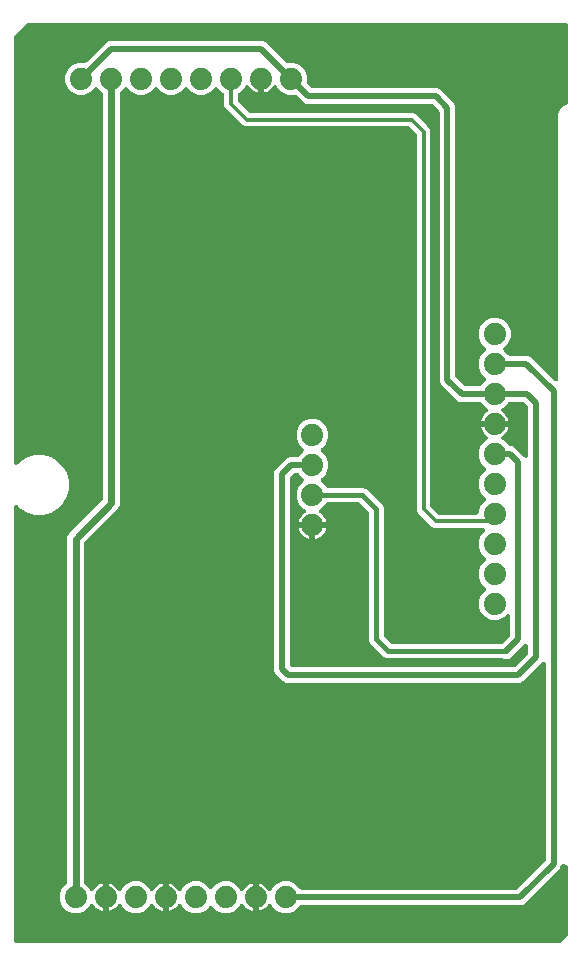
<source format=gbr>
G04 EAGLE Gerber RS-274X export*
G75*
%MOMM*%
%FSLAX34Y34*%
%LPD*%
%INBottom Copper*%
%IPPOS*%
%AMOC8*
5,1,8,0,0,1.08239X$1,22.5*%
G01*
%ADD10C,1.879600*%
%ADD11C,0.609600*%
%ADD12C,0.508000*%
%ADD13C,0.406400*%
%ADD14C,0.304800*%

G36*
X875027Y62971D02*
X875027Y62971D01*
X875053Y62969D01*
X875227Y62991D01*
X875401Y63009D01*
X875426Y63017D01*
X875453Y63020D01*
X875618Y63076D01*
X875786Y63127D01*
X875809Y63140D01*
X875834Y63148D01*
X875986Y63235D01*
X876140Y63319D01*
X876160Y63336D01*
X876183Y63349D01*
X876436Y63564D01*
X881436Y68564D01*
X881453Y68584D01*
X881474Y68602D01*
X881581Y68740D01*
X881691Y68875D01*
X881704Y68899D01*
X881720Y68920D01*
X881798Y69077D01*
X881880Y69231D01*
X881888Y69256D01*
X881900Y69281D01*
X881945Y69450D01*
X881995Y69617D01*
X881997Y69643D01*
X882004Y69669D01*
X882031Y70000D01*
X882031Y127319D01*
X882029Y127341D01*
X882031Y127363D01*
X882009Y127541D01*
X881991Y127720D01*
X881985Y127741D01*
X881982Y127763D01*
X881926Y127933D01*
X881873Y128104D01*
X881863Y128124D01*
X881856Y128145D01*
X881767Y128301D01*
X881681Y128459D01*
X881667Y128476D01*
X881656Y128495D01*
X881538Y128631D01*
X881424Y128768D01*
X881406Y128782D01*
X881392Y128799D01*
X881250Y128908D01*
X881110Y129020D01*
X881090Y129030D01*
X881072Y129044D01*
X880777Y129196D01*
X879272Y129819D01*
X879255Y129824D01*
X879240Y129832D01*
X879063Y129882D01*
X878887Y129935D01*
X878869Y129937D01*
X878852Y129942D01*
X878670Y129956D01*
X878486Y129973D01*
X878469Y129972D01*
X878451Y129973D01*
X878269Y129951D01*
X878086Y129932D01*
X878069Y129927D01*
X878051Y129924D01*
X877876Y129867D01*
X877701Y129812D01*
X877686Y129803D01*
X877669Y129798D01*
X877509Y129707D01*
X877348Y129619D01*
X877335Y129607D01*
X877319Y129598D01*
X877180Y129478D01*
X877040Y129360D01*
X877029Y129346D01*
X877016Y129334D01*
X876904Y129188D01*
X876789Y129045D01*
X876781Y129029D01*
X876770Y129015D01*
X876619Y128720D01*
X875599Y126259D01*
X845341Y96001D01*
X842914Y94995D01*
X656293Y94995D01*
X656271Y94993D01*
X656249Y94995D01*
X656071Y94973D01*
X655893Y94955D01*
X655871Y94949D01*
X655849Y94946D01*
X655679Y94890D01*
X655508Y94837D01*
X655488Y94827D01*
X655467Y94820D01*
X655311Y94731D01*
X655154Y94645D01*
X655137Y94631D01*
X655117Y94620D01*
X654982Y94502D01*
X654845Y94388D01*
X654831Y94370D01*
X654814Y94356D01*
X654704Y94213D01*
X654592Y94074D01*
X654582Y94054D01*
X654568Y94036D01*
X654561Y94021D01*
X650726Y90187D01*
X645778Y88137D01*
X640422Y88137D01*
X635474Y90187D01*
X631687Y93974D01*
X631343Y94805D01*
X631261Y94957D01*
X631184Y95111D01*
X631166Y95134D01*
X631153Y95160D01*
X631043Y95293D01*
X630936Y95429D01*
X630914Y95448D01*
X630896Y95470D01*
X630762Y95579D01*
X630631Y95691D01*
X630606Y95706D01*
X630583Y95724D01*
X630431Y95804D01*
X630280Y95889D01*
X630252Y95897D01*
X630227Y95911D01*
X630061Y95959D01*
X629897Y96013D01*
X629868Y96016D01*
X629841Y96024D01*
X629668Y96039D01*
X629497Y96058D01*
X629468Y96056D01*
X629439Y96059D01*
X629268Y96039D01*
X629096Y96025D01*
X629068Y96017D01*
X629039Y96013D01*
X628875Y95961D01*
X628709Y95912D01*
X628684Y95899D01*
X628656Y95890D01*
X628506Y95806D01*
X628352Y95726D01*
X628330Y95708D01*
X628305Y95694D01*
X628174Y95582D01*
X628039Y95473D01*
X628018Y95449D01*
X627999Y95432D01*
X627946Y95365D01*
X627823Y95221D01*
X626806Y93822D01*
X625478Y92494D01*
X623957Y91389D01*
X622283Y90536D01*
X620496Y89955D01*
X620239Y89915D01*
X620239Y101092D01*
X620237Y101110D01*
X620239Y101127D01*
X620218Y101310D01*
X620199Y101492D01*
X620194Y101509D01*
X620192Y101527D01*
X620167Y101605D01*
X620206Y101742D01*
X620208Y101760D01*
X620212Y101777D01*
X620239Y102108D01*
X620239Y113285D01*
X620496Y113245D01*
X622283Y112664D01*
X623957Y111811D01*
X625478Y110706D01*
X626806Y109378D01*
X627823Y107979D01*
X627937Y107850D01*
X628049Y107717D01*
X628071Y107699D01*
X628091Y107678D01*
X628228Y107574D01*
X628364Y107466D01*
X628389Y107453D01*
X628412Y107436D01*
X628568Y107361D01*
X628722Y107283D01*
X628750Y107275D01*
X628776Y107262D01*
X628943Y107220D01*
X629109Y107173D01*
X629138Y107171D01*
X629166Y107164D01*
X629339Y107155D01*
X629511Y107142D01*
X629539Y107145D01*
X629568Y107144D01*
X629739Y107170D01*
X629910Y107190D01*
X629937Y107199D01*
X629966Y107204D01*
X630129Y107263D01*
X630292Y107317D01*
X630317Y107331D01*
X630345Y107341D01*
X630492Y107431D01*
X630642Y107516D01*
X630664Y107535D01*
X630689Y107550D01*
X630816Y107668D01*
X630946Y107781D01*
X630963Y107804D01*
X630985Y107823D01*
X631086Y107963D01*
X631191Y108100D01*
X631206Y108129D01*
X631221Y108149D01*
X631256Y108226D01*
X631343Y108395D01*
X631687Y109226D01*
X635474Y113013D01*
X640422Y115063D01*
X645778Y115063D01*
X650726Y113013D01*
X654574Y109165D01*
X654607Y109104D01*
X654621Y109087D01*
X654632Y109067D01*
X654749Y108932D01*
X654863Y108794D01*
X654881Y108779D01*
X654895Y108762D01*
X655037Y108653D01*
X655176Y108540D01*
X655196Y108529D01*
X655213Y108516D01*
X655374Y108436D01*
X655532Y108353D01*
X655554Y108346D01*
X655574Y108336D01*
X655747Y108290D01*
X655919Y108240D01*
X655941Y108238D01*
X655963Y108232D01*
X656293Y108205D01*
X838023Y108205D01*
X838049Y108207D01*
X838076Y108205D01*
X838250Y108227D01*
X838423Y108245D01*
X838449Y108252D01*
X838476Y108256D01*
X838641Y108311D01*
X838808Y108363D01*
X838832Y108376D01*
X838857Y108384D01*
X839009Y108471D01*
X839162Y108555D01*
X839183Y108572D01*
X839206Y108585D01*
X839459Y108800D01*
X862800Y132141D01*
X862817Y132162D01*
X862838Y132179D01*
X862945Y132317D01*
X863055Y132452D01*
X863068Y132476D01*
X863084Y132497D01*
X863162Y132654D01*
X863244Y132808D01*
X863252Y132834D01*
X863264Y132858D01*
X863309Y133027D01*
X863359Y133194D01*
X863361Y133221D01*
X863368Y133246D01*
X863395Y133577D01*
X863395Y299151D01*
X863394Y299160D01*
X863395Y299169D01*
X863374Y299360D01*
X863355Y299552D01*
X863353Y299560D01*
X863352Y299569D01*
X863294Y299751D01*
X863237Y299936D01*
X863233Y299944D01*
X863230Y299953D01*
X863137Y300121D01*
X863045Y300290D01*
X863040Y300297D01*
X863035Y300305D01*
X862910Y300453D01*
X862788Y300600D01*
X862781Y300605D01*
X862775Y300612D01*
X862623Y300732D01*
X862474Y300852D01*
X862466Y300856D01*
X862459Y300862D01*
X862287Y300949D01*
X862117Y301038D01*
X862108Y301040D01*
X862100Y301044D01*
X861914Y301096D01*
X861730Y301149D01*
X861721Y301150D01*
X861712Y301152D01*
X861520Y301166D01*
X861328Y301182D01*
X861320Y301181D01*
X861311Y301181D01*
X861118Y301157D01*
X860929Y301135D01*
X860920Y301132D01*
X860911Y301131D01*
X860728Y301070D01*
X860546Y301010D01*
X860538Y301006D01*
X860530Y301003D01*
X860364Y300907D01*
X860195Y300812D01*
X860188Y300806D01*
X860181Y300802D01*
X859928Y300587D01*
X858456Y299115D01*
X845885Y286544D01*
X843741Y284401D01*
X841314Y283395D01*
X643686Y283395D01*
X641259Y284401D01*
X639115Y286544D01*
X636544Y289115D01*
X634401Y291259D01*
X633395Y293686D01*
X633395Y461314D01*
X634401Y463741D01*
X643959Y473299D01*
X646386Y474305D01*
X652607Y474305D01*
X652629Y474307D01*
X652651Y474305D01*
X652829Y474327D01*
X653007Y474345D01*
X653029Y474351D01*
X653051Y474354D01*
X653221Y474410D01*
X653392Y474463D01*
X653412Y474473D01*
X653433Y474480D01*
X653589Y474569D01*
X653746Y474655D01*
X653763Y474669D01*
X653783Y474680D01*
X653918Y474798D01*
X654055Y474912D01*
X654069Y474930D01*
X654086Y474944D01*
X654196Y475087D01*
X654308Y475226D01*
X654318Y475246D01*
X654332Y475264D01*
X654339Y475279D01*
X658025Y478964D01*
X658036Y478978D01*
X658049Y478989D01*
X658163Y479133D01*
X658280Y479275D01*
X658288Y479291D01*
X658299Y479305D01*
X658383Y479469D01*
X658468Y479631D01*
X658473Y479648D01*
X658481Y479664D01*
X658531Y479841D01*
X658583Y480017D01*
X658585Y480035D01*
X658589Y480052D01*
X658603Y480235D01*
X658619Y480418D01*
X658617Y480436D01*
X658619Y480453D01*
X658596Y480635D01*
X658576Y480818D01*
X658571Y480835D01*
X658568Y480853D01*
X658510Y481027D01*
X658454Y481202D01*
X658446Y481218D01*
X658440Y481234D01*
X658348Y481394D01*
X658260Y481554D01*
X658248Y481568D01*
X658239Y481583D01*
X658025Y481836D01*
X654387Y485474D01*
X652337Y490422D01*
X652337Y495778D01*
X654387Y500726D01*
X658174Y504513D01*
X663122Y506563D01*
X668478Y506563D01*
X673426Y504513D01*
X677213Y500726D01*
X679263Y495778D01*
X679263Y490422D01*
X677213Y485474D01*
X673575Y481836D01*
X673564Y481823D01*
X673551Y481811D01*
X673437Y481667D01*
X673320Y481525D01*
X673312Y481509D01*
X673301Y481495D01*
X673218Y481331D01*
X673132Y481169D01*
X673127Y481152D01*
X673119Y481136D01*
X673069Y480959D01*
X673017Y480783D01*
X673015Y480765D01*
X673011Y480748D01*
X672997Y480565D01*
X672981Y480382D01*
X672983Y480364D01*
X672981Y480347D01*
X673004Y480165D01*
X673024Y479982D01*
X673029Y479965D01*
X673032Y479947D01*
X673090Y479774D01*
X673146Y479598D01*
X673154Y479582D01*
X673160Y479566D01*
X673252Y479406D01*
X673340Y479246D01*
X673352Y479232D01*
X673361Y479217D01*
X673575Y478964D01*
X677213Y475326D01*
X679263Y470378D01*
X679263Y465022D01*
X677213Y460074D01*
X673575Y456436D01*
X673570Y456429D01*
X673563Y456424D01*
X673557Y456417D01*
X673551Y456411D01*
X673437Y456267D01*
X673320Y456125D01*
X673316Y456117D01*
X673311Y456110D01*
X673307Y456102D01*
X673301Y456095D01*
X673218Y455931D01*
X673132Y455769D01*
X673129Y455761D01*
X673125Y455753D01*
X673123Y455744D01*
X673119Y455736D01*
X673069Y455559D01*
X673017Y455383D01*
X673016Y455374D01*
X673014Y455366D01*
X673013Y455357D01*
X673011Y455348D01*
X672997Y455165D01*
X672981Y454982D01*
X672982Y454973D01*
X672981Y454964D01*
X672982Y454956D01*
X672981Y454947D01*
X673004Y454765D01*
X673024Y454582D01*
X673027Y454573D01*
X673028Y454565D01*
X673031Y454556D01*
X673032Y454547D01*
X673090Y454374D01*
X673146Y454198D01*
X673150Y454190D01*
X673153Y454182D01*
X673157Y454174D01*
X673160Y454166D01*
X673252Y454006D01*
X673340Y453846D01*
X673346Y453839D01*
X673351Y453831D01*
X673356Y453824D01*
X673361Y453817D01*
X673575Y453564D01*
X677213Y449926D01*
X677327Y449651D01*
X677338Y449631D01*
X677345Y449610D01*
X677433Y449454D01*
X677517Y449296D01*
X677532Y449279D01*
X677543Y449259D01*
X677660Y449124D01*
X677774Y448985D01*
X677791Y448971D01*
X677806Y448954D01*
X677947Y448845D01*
X678086Y448732D01*
X678106Y448721D01*
X678124Y448708D01*
X678284Y448628D01*
X678443Y448545D01*
X678464Y448538D01*
X678484Y448528D01*
X678658Y448482D01*
X678829Y448432D01*
X678852Y448430D01*
X678873Y448424D01*
X679204Y448397D01*
X708913Y448397D01*
X711154Y447469D01*
X725169Y433454D01*
X726097Y431213D01*
X726097Y323367D01*
X726099Y323340D01*
X726097Y323313D01*
X726119Y323140D01*
X726137Y322966D01*
X726144Y322941D01*
X726148Y322914D01*
X726203Y322748D01*
X726255Y322581D01*
X726268Y322558D01*
X726276Y322532D01*
X726363Y322381D01*
X726447Y322227D01*
X726464Y322207D01*
X726477Y322183D01*
X726692Y321930D01*
X731930Y316692D01*
X731951Y316675D01*
X731969Y316654D01*
X732107Y316547D01*
X732242Y316437D01*
X732266Y316424D01*
X732287Y316408D01*
X732444Y316330D01*
X732598Y316248D01*
X732623Y316240D01*
X732647Y316228D01*
X732817Y316183D01*
X732984Y316133D01*
X733010Y316131D01*
X733036Y316124D01*
X733367Y316097D01*
X825915Y316097D01*
X825941Y316099D01*
X825968Y316097D01*
X826142Y316119D01*
X826316Y316137D01*
X826341Y316144D01*
X826368Y316148D01*
X826533Y316204D01*
X826700Y316255D01*
X826724Y316268D01*
X826749Y316276D01*
X826901Y316363D01*
X827054Y316447D01*
X827075Y316464D01*
X827098Y316477D01*
X827351Y316692D01*
X832800Y322141D01*
X832817Y322162D01*
X832838Y322179D01*
X832945Y322317D01*
X833055Y322452D01*
X833068Y322476D01*
X833084Y322497D01*
X833162Y322654D01*
X833244Y322808D01*
X833252Y322834D01*
X833264Y322858D01*
X833309Y323027D01*
X833359Y323194D01*
X833361Y323221D01*
X833368Y323246D01*
X833395Y323577D01*
X833395Y339452D01*
X833394Y339461D01*
X833395Y339470D01*
X833374Y339662D01*
X833355Y339853D01*
X833353Y339861D01*
X833352Y339870D01*
X833294Y340053D01*
X833237Y340238D01*
X833233Y340246D01*
X833230Y340254D01*
X833137Y340423D01*
X833045Y340592D01*
X833040Y340599D01*
X833035Y340606D01*
X832911Y340753D01*
X832788Y340901D01*
X832781Y340907D01*
X832775Y340913D01*
X832624Y341032D01*
X832474Y341153D01*
X832466Y341158D01*
X832459Y341163D01*
X832286Y341251D01*
X832117Y341339D01*
X832108Y341341D01*
X832100Y341345D01*
X831914Y341397D01*
X831730Y341450D01*
X831721Y341451D01*
X831712Y341453D01*
X831519Y341468D01*
X831328Y341483D01*
X831320Y341482D01*
X831311Y341483D01*
X831118Y341458D01*
X830929Y341436D01*
X830920Y341434D01*
X830911Y341432D01*
X830728Y341371D01*
X830546Y341311D01*
X830538Y341307D01*
X830530Y341304D01*
X830364Y341209D01*
X830195Y341114D01*
X830188Y341108D01*
X830181Y341103D01*
X829928Y340889D01*
X827626Y338587D01*
X822678Y336537D01*
X817322Y336537D01*
X812374Y338587D01*
X808587Y342374D01*
X806537Y347322D01*
X806537Y352678D01*
X808587Y357626D01*
X812225Y361264D01*
X812236Y361277D01*
X812249Y361289D01*
X812363Y361433D01*
X812480Y361575D01*
X812488Y361591D01*
X812499Y361605D01*
X812582Y361769D01*
X812668Y361931D01*
X812673Y361948D01*
X812681Y361964D01*
X812731Y362141D01*
X812783Y362317D01*
X812785Y362335D01*
X812789Y362352D01*
X812803Y362535D01*
X812819Y362718D01*
X812817Y362736D01*
X812819Y362753D01*
X812796Y362935D01*
X812776Y363118D01*
X812771Y363135D01*
X812768Y363153D01*
X812710Y363326D01*
X812654Y363502D01*
X812646Y363518D01*
X812640Y363534D01*
X812548Y363694D01*
X812460Y363854D01*
X812448Y363868D01*
X812439Y363883D01*
X812225Y364136D01*
X808587Y367774D01*
X806537Y372722D01*
X806537Y378078D01*
X808587Y383026D01*
X812225Y386664D01*
X812236Y386677D01*
X812249Y386689D01*
X812363Y386833D01*
X812480Y386975D01*
X812488Y386991D01*
X812499Y387005D01*
X812582Y387169D01*
X812668Y387331D01*
X812673Y387348D01*
X812681Y387364D01*
X812731Y387541D01*
X812783Y387717D01*
X812785Y387735D01*
X812789Y387752D01*
X812803Y387935D01*
X812819Y388118D01*
X812817Y388136D01*
X812819Y388153D01*
X812796Y388334D01*
X812776Y388518D01*
X812771Y388535D01*
X812768Y388553D01*
X812710Y388726D01*
X812654Y388902D01*
X812646Y388918D01*
X812640Y388934D01*
X812548Y389094D01*
X812460Y389254D01*
X812448Y389268D01*
X812439Y389283D01*
X812225Y389536D01*
X808587Y393174D01*
X806537Y398122D01*
X806537Y403478D01*
X808587Y408426D01*
X811105Y410944D01*
X811110Y410951D01*
X811117Y410956D01*
X811237Y411106D01*
X811360Y411255D01*
X811364Y411263D01*
X811369Y411270D01*
X811458Y411440D01*
X811548Y411611D01*
X811551Y411620D01*
X811555Y411627D01*
X811608Y411812D01*
X811663Y411997D01*
X811664Y412006D01*
X811666Y412014D01*
X811682Y412205D01*
X811699Y412398D01*
X811698Y412407D01*
X811699Y412416D01*
X811677Y412605D01*
X811656Y412798D01*
X811653Y412807D01*
X811652Y412815D01*
X811593Y412997D01*
X811535Y413182D01*
X811530Y413190D01*
X811527Y413198D01*
X811432Y413367D01*
X811340Y413534D01*
X811334Y413541D01*
X811330Y413549D01*
X811204Y413695D01*
X811079Y413841D01*
X811072Y413847D01*
X811066Y413854D01*
X810915Y413971D01*
X810763Y414091D01*
X810755Y414095D01*
X810748Y414100D01*
X810576Y414186D01*
X810404Y414273D01*
X810396Y414276D01*
X810388Y414280D01*
X810202Y414330D01*
X810016Y414381D01*
X810008Y414382D01*
X809999Y414384D01*
X809668Y414411D01*
X768888Y414411D01*
X766834Y415262D01*
X755262Y426834D01*
X754411Y428888D01*
X754411Y746844D01*
X754409Y746870D01*
X754411Y746897D01*
X754389Y747071D01*
X754371Y747244D01*
X754364Y747270D01*
X754360Y747296D01*
X754305Y747462D01*
X754253Y747629D01*
X754240Y747653D01*
X754232Y747678D01*
X754145Y747830D01*
X754061Y747983D01*
X754044Y748004D01*
X754031Y748027D01*
X753816Y748280D01*
X748280Y753816D01*
X748259Y753833D01*
X748242Y753854D01*
X748104Y753961D01*
X747968Y754071D01*
X747945Y754084D01*
X747924Y754100D01*
X747767Y754178D01*
X747613Y754260D01*
X747587Y754268D01*
X747563Y754280D01*
X747394Y754325D01*
X747227Y754375D01*
X747200Y754377D01*
X747174Y754384D01*
X746844Y754411D01*
X608888Y754411D01*
X606834Y755262D01*
X592162Y769934D01*
X591311Y771988D01*
X591311Y781086D01*
X591309Y781108D01*
X591311Y781130D01*
X591289Y781308D01*
X591271Y781486D01*
X591265Y781508D01*
X591262Y781530D01*
X591206Y781699D01*
X591153Y781871D01*
X591143Y781891D01*
X591136Y781912D01*
X591047Y782068D01*
X590961Y782225D01*
X590947Y782242D01*
X590936Y782262D01*
X590818Y782398D01*
X590704Y782535D01*
X590686Y782548D01*
X590672Y782565D01*
X590530Y782675D01*
X590390Y782787D01*
X590370Y782797D01*
X590352Y782811D01*
X590057Y782962D01*
X589274Y783287D01*
X585636Y786925D01*
X585622Y786936D01*
X585611Y786949D01*
X585467Y787063D01*
X585325Y787180D01*
X585309Y787188D01*
X585295Y787199D01*
X585131Y787283D01*
X584969Y787368D01*
X584952Y787373D01*
X584936Y787381D01*
X584759Y787431D01*
X584583Y787483D01*
X584565Y787485D01*
X584548Y787489D01*
X584365Y787503D01*
X584182Y787519D01*
X584164Y787517D01*
X584147Y787519D01*
X583965Y787496D01*
X583782Y787476D01*
X583765Y787471D01*
X583747Y787468D01*
X583573Y787410D01*
X583398Y787354D01*
X583382Y787346D01*
X583366Y787340D01*
X583206Y787248D01*
X583046Y787160D01*
X583032Y787148D01*
X583017Y787139D01*
X582764Y786925D01*
X579126Y783287D01*
X574178Y781237D01*
X568822Y781237D01*
X563874Y783287D01*
X560236Y786925D01*
X560222Y786936D01*
X560211Y786949D01*
X560067Y787063D01*
X559925Y787180D01*
X559909Y787188D01*
X559895Y787199D01*
X559731Y787283D01*
X559569Y787368D01*
X559552Y787373D01*
X559536Y787381D01*
X559359Y787431D01*
X559183Y787483D01*
X559165Y787485D01*
X559148Y787489D01*
X558965Y787503D01*
X558782Y787519D01*
X558764Y787517D01*
X558747Y787519D01*
X558565Y787496D01*
X558382Y787476D01*
X558365Y787471D01*
X558347Y787468D01*
X558173Y787410D01*
X557998Y787354D01*
X557982Y787346D01*
X557966Y787340D01*
X557806Y787248D01*
X557646Y787160D01*
X557632Y787148D01*
X557617Y787139D01*
X557364Y786925D01*
X553726Y783287D01*
X548778Y781237D01*
X543422Y781237D01*
X538474Y783287D01*
X534836Y786925D01*
X534823Y786936D01*
X534811Y786949D01*
X534667Y787063D01*
X534525Y787180D01*
X534509Y787188D01*
X534495Y787199D01*
X534331Y787282D01*
X534169Y787368D01*
X534152Y787373D01*
X534136Y787381D01*
X533959Y787431D01*
X533783Y787483D01*
X533765Y787485D01*
X533748Y787489D01*
X533565Y787503D01*
X533382Y787519D01*
X533364Y787517D01*
X533347Y787519D01*
X533165Y787496D01*
X532982Y787476D01*
X532965Y787471D01*
X532947Y787468D01*
X532774Y787410D01*
X532598Y787354D01*
X532582Y787346D01*
X532566Y787340D01*
X532406Y787248D01*
X532246Y787160D01*
X532232Y787148D01*
X532217Y787139D01*
X531964Y786925D01*
X528326Y783287D01*
X523378Y781237D01*
X518022Y781237D01*
X513074Y783287D01*
X509436Y786925D01*
X509422Y786936D01*
X509411Y786949D01*
X509267Y787063D01*
X509125Y787180D01*
X509109Y787188D01*
X509095Y787199D01*
X508931Y787283D01*
X508769Y787368D01*
X508752Y787373D01*
X508736Y787381D01*
X508559Y787431D01*
X508383Y787483D01*
X508365Y787485D01*
X508348Y787489D01*
X508165Y787503D01*
X507982Y787519D01*
X507964Y787517D01*
X507947Y787519D01*
X507765Y787496D01*
X507582Y787476D01*
X507565Y787471D01*
X507547Y787468D01*
X507373Y787410D01*
X507198Y787354D01*
X507182Y787346D01*
X507166Y787340D01*
X507006Y787248D01*
X506846Y787160D01*
X506832Y787148D01*
X506817Y787139D01*
X506564Y786925D01*
X503008Y783368D01*
X502991Y783348D01*
X502970Y783330D01*
X502864Y783193D01*
X502753Y783057D01*
X502740Y783033D01*
X502724Y783012D01*
X502646Y782856D01*
X502564Y782701D01*
X502556Y782676D01*
X502544Y782652D01*
X502499Y782483D01*
X502449Y782315D01*
X502447Y782289D01*
X502440Y782263D01*
X502413Y781932D01*
X502413Y433885D01*
X501330Y431271D01*
X473008Y402949D01*
X472991Y402928D01*
X472970Y402911D01*
X472863Y402773D01*
X472753Y402637D01*
X472740Y402614D01*
X472724Y402592D01*
X472646Y402436D01*
X472564Y402282D01*
X472556Y402256D01*
X472544Y402232D01*
X472499Y402063D01*
X472449Y401896D01*
X472447Y401869D01*
X472440Y401843D01*
X472413Y401512D01*
X472413Y114368D01*
X472415Y114341D01*
X472413Y114315D01*
X472435Y114141D01*
X472453Y113967D01*
X472460Y113942D01*
X472464Y113915D01*
X472519Y113749D01*
X472571Y113582D01*
X472584Y113559D01*
X472592Y113533D01*
X472679Y113382D01*
X472763Y113228D01*
X472780Y113208D01*
X472793Y113185D01*
X473008Y112932D01*
X476713Y109226D01*
X477057Y108395D01*
X477139Y108243D01*
X477216Y108089D01*
X477234Y108066D01*
X477247Y108040D01*
X477357Y107907D01*
X477464Y107771D01*
X477485Y107752D01*
X477504Y107730D01*
X477638Y107621D01*
X477769Y107509D01*
X477794Y107495D01*
X477817Y107476D01*
X477970Y107396D01*
X478120Y107312D01*
X478147Y107303D01*
X478173Y107289D01*
X478339Y107241D01*
X478503Y107188D01*
X478532Y107184D01*
X478559Y107176D01*
X478732Y107161D01*
X478903Y107142D01*
X478932Y107144D01*
X478961Y107141D01*
X479132Y107161D01*
X479304Y107175D01*
X479332Y107183D01*
X479361Y107187D01*
X479525Y107239D01*
X479691Y107288D01*
X479716Y107301D01*
X479744Y107310D01*
X479895Y107394D01*
X480048Y107474D01*
X480070Y107492D01*
X480095Y107506D01*
X480227Y107618D01*
X480361Y107727D01*
X480382Y107751D01*
X480401Y107768D01*
X480454Y107835D01*
X480577Y107979D01*
X481594Y109378D01*
X482922Y110706D01*
X484443Y111811D01*
X486117Y112664D01*
X487904Y113245D01*
X488161Y113285D01*
X488161Y102108D01*
X488162Y102090D01*
X488161Y102073D01*
X488182Y101890D01*
X488201Y101708D01*
X488206Y101691D01*
X488208Y101673D01*
X488233Y101595D01*
X488194Y101458D01*
X488192Y101440D01*
X488188Y101423D01*
X488161Y101092D01*
X488161Y89915D01*
X487904Y89955D01*
X486117Y90536D01*
X484443Y91389D01*
X482922Y92494D01*
X481594Y93822D01*
X480577Y95221D01*
X480462Y95350D01*
X480351Y95482D01*
X480329Y95500D01*
X480309Y95522D01*
X480171Y95626D01*
X480036Y95733D01*
X480011Y95747D01*
X479988Y95764D01*
X479832Y95839D01*
X479678Y95917D01*
X479651Y95925D01*
X479624Y95938D01*
X479457Y95980D01*
X479291Y96027D01*
X479262Y96029D01*
X479234Y96036D01*
X479061Y96045D01*
X478889Y96058D01*
X478861Y96055D01*
X478832Y96056D01*
X478661Y96030D01*
X478490Y96010D01*
X478462Y96000D01*
X478434Y95996D01*
X478271Y95937D01*
X478108Y95883D01*
X478083Y95869D01*
X478055Y95859D01*
X477908Y95769D01*
X477758Y95684D01*
X477736Y95665D01*
X477711Y95650D01*
X477584Y95532D01*
X477454Y95419D01*
X477437Y95396D01*
X477415Y95377D01*
X477314Y95236D01*
X477209Y95100D01*
X477194Y95071D01*
X477179Y95051D01*
X477144Y94973D01*
X477057Y94805D01*
X476713Y93974D01*
X472926Y90187D01*
X467978Y88137D01*
X462622Y88137D01*
X457674Y90187D01*
X453887Y93974D01*
X451837Y98922D01*
X451837Y104278D01*
X453887Y109226D01*
X457592Y112932D01*
X457609Y112952D01*
X457630Y112970D01*
X457737Y113108D01*
X457847Y113243D01*
X457860Y113267D01*
X457876Y113288D01*
X457954Y113445D01*
X458036Y113599D01*
X458044Y113624D01*
X458056Y113648D01*
X458101Y113818D01*
X458151Y113985D01*
X458153Y114011D01*
X458160Y114037D01*
X458187Y114368D01*
X458187Y406715D01*
X459270Y409329D01*
X487592Y437651D01*
X487609Y437672D01*
X487630Y437689D01*
X487737Y437827D01*
X487847Y437963D01*
X487860Y437986D01*
X487876Y438008D01*
X487954Y438164D01*
X488036Y438318D01*
X488044Y438344D01*
X488056Y438368D01*
X488101Y438537D01*
X488151Y438704D01*
X488153Y438731D01*
X488160Y438757D01*
X488187Y439088D01*
X488187Y781932D01*
X488185Y781959D01*
X488187Y781985D01*
X488165Y782159D01*
X488147Y782333D01*
X488140Y782358D01*
X488136Y782385D01*
X488081Y782551D01*
X488029Y782718D01*
X488016Y782741D01*
X488008Y782767D01*
X487921Y782918D01*
X487837Y783072D01*
X487820Y783092D01*
X487807Y783115D01*
X487592Y783368D01*
X484036Y786925D01*
X484022Y786936D01*
X484011Y786949D01*
X483867Y787063D01*
X483725Y787180D01*
X483709Y787188D01*
X483695Y787199D01*
X483531Y787283D01*
X483369Y787368D01*
X483352Y787373D01*
X483336Y787381D01*
X483159Y787431D01*
X482983Y787483D01*
X482965Y787485D01*
X482948Y787489D01*
X482765Y787503D01*
X482582Y787519D01*
X482564Y787517D01*
X482547Y787519D01*
X482365Y787496D01*
X482182Y787476D01*
X482165Y787471D01*
X482147Y787468D01*
X481973Y787410D01*
X481798Y787354D01*
X481782Y787346D01*
X481766Y787340D01*
X481606Y787248D01*
X481446Y787160D01*
X481432Y787148D01*
X481417Y787139D01*
X481164Y786925D01*
X477526Y783287D01*
X472578Y781237D01*
X467222Y781237D01*
X462274Y783287D01*
X458487Y787074D01*
X456437Y792022D01*
X456437Y797378D01*
X458487Y802326D01*
X462274Y806113D01*
X463363Y806564D01*
X467222Y808163D01*
X472664Y808163D01*
X472730Y808143D01*
X472753Y808141D01*
X472774Y808135D01*
X472954Y808121D01*
X473131Y808104D01*
X473153Y808107D01*
X473176Y808105D01*
X473354Y808128D01*
X473532Y808146D01*
X473553Y808153D01*
X473575Y808156D01*
X473746Y808213D01*
X473916Y808266D01*
X473936Y808277D01*
X473957Y808284D01*
X474112Y808373D01*
X474269Y808459D01*
X474286Y808474D01*
X474306Y808485D01*
X474559Y808699D01*
X489315Y823456D01*
X491459Y825599D01*
X493886Y826605D01*
X623714Y826605D01*
X626141Y825599D01*
X628285Y823456D01*
X643041Y808699D01*
X643058Y808685D01*
X643073Y808668D01*
X643214Y808557D01*
X643353Y808444D01*
X643372Y808434D01*
X643390Y808420D01*
X643550Y808339D01*
X643708Y808256D01*
X643730Y808249D01*
X643750Y808239D01*
X643922Y808192D01*
X644094Y808141D01*
X644117Y808139D01*
X644138Y808133D01*
X644316Y808121D01*
X644495Y808105D01*
X644518Y808107D01*
X644540Y808105D01*
X644717Y808129D01*
X644895Y808148D01*
X644917Y808155D01*
X644939Y808158D01*
X644955Y808163D01*
X650378Y808163D01*
X655326Y806113D01*
X659113Y802326D01*
X661163Y797378D01*
X661163Y791936D01*
X661143Y791870D01*
X661141Y791847D01*
X661135Y791826D01*
X661121Y791646D01*
X661104Y791469D01*
X661107Y791447D01*
X661105Y791424D01*
X661128Y791246D01*
X661146Y791068D01*
X661153Y791047D01*
X661156Y791025D01*
X661213Y790854D01*
X661266Y790684D01*
X661277Y790664D01*
X661284Y790643D01*
X661373Y790488D01*
X661459Y790331D01*
X661474Y790313D01*
X661485Y790294D01*
X661699Y790041D01*
X664541Y787200D01*
X664562Y787183D01*
X664579Y787162D01*
X664717Y787056D01*
X664852Y786945D01*
X664876Y786932D01*
X664897Y786916D01*
X665053Y786838D01*
X665208Y786756D01*
X665234Y786748D01*
X665258Y786736D01*
X665427Y786691D01*
X665594Y786641D01*
X665621Y786639D01*
X665646Y786632D01*
X665977Y786605D01*
X771314Y786605D01*
X773741Y785599D01*
X783456Y775885D01*
X785599Y773741D01*
X786605Y771314D01*
X786605Y543577D01*
X786607Y543551D01*
X786605Y543524D01*
X786627Y543350D01*
X786645Y543177D01*
X786652Y543151D01*
X786656Y543124D01*
X786711Y542959D01*
X786763Y542792D01*
X786776Y542768D01*
X786784Y542743D01*
X786871Y542591D01*
X786955Y542438D01*
X786972Y542417D01*
X786985Y542394D01*
X787200Y542141D01*
X794341Y535000D01*
X794362Y534983D01*
X794379Y534962D01*
X794517Y534855D01*
X794652Y534745D01*
X794676Y534732D01*
X794697Y534716D01*
X794854Y534638D01*
X795008Y534556D01*
X795034Y534548D01*
X795058Y534536D01*
X795227Y534491D01*
X795394Y534441D01*
X795421Y534439D01*
X795446Y534432D01*
X795777Y534405D01*
X806807Y534405D01*
X806829Y534407D01*
X806851Y534405D01*
X807029Y534427D01*
X807207Y534445D01*
X807229Y534451D01*
X807251Y534454D01*
X807421Y534510D01*
X807592Y534563D01*
X807612Y534573D01*
X807633Y534580D01*
X807789Y534669D01*
X807946Y534755D01*
X807963Y534769D01*
X807983Y534780D01*
X808118Y534898D01*
X808255Y535012D01*
X808269Y535030D01*
X808286Y535044D01*
X808396Y535187D01*
X808508Y535326D01*
X808518Y535346D01*
X808532Y535364D01*
X808539Y535379D01*
X812225Y539064D01*
X812236Y539077D01*
X812249Y539089D01*
X812363Y539233D01*
X812480Y539375D01*
X812488Y539391D01*
X812499Y539405D01*
X812582Y539569D01*
X812668Y539731D01*
X812673Y539748D01*
X812681Y539764D01*
X812731Y539941D01*
X812783Y540117D01*
X812785Y540135D01*
X812789Y540152D01*
X812803Y540335D01*
X812819Y540518D01*
X812817Y540536D01*
X812819Y540553D01*
X812796Y540735D01*
X812776Y540918D01*
X812771Y540935D01*
X812768Y540953D01*
X812710Y541126D01*
X812654Y541302D01*
X812646Y541318D01*
X812640Y541334D01*
X812548Y541494D01*
X812460Y541654D01*
X812448Y541668D01*
X812439Y541683D01*
X812225Y541936D01*
X808587Y545574D01*
X806537Y550522D01*
X806537Y555878D01*
X808587Y560826D01*
X812225Y564464D01*
X812236Y564477D01*
X812249Y564489D01*
X812363Y564633D01*
X812480Y564775D01*
X812488Y564791D01*
X812499Y564805D01*
X812582Y564969D01*
X812668Y565131D01*
X812673Y565148D01*
X812681Y565164D01*
X812731Y565341D01*
X812783Y565517D01*
X812785Y565535D01*
X812789Y565552D01*
X812803Y565735D01*
X812819Y565918D01*
X812817Y565936D01*
X812819Y565953D01*
X812796Y566135D01*
X812776Y566318D01*
X812771Y566335D01*
X812768Y566353D01*
X812710Y566526D01*
X812654Y566702D01*
X812646Y566718D01*
X812640Y566734D01*
X812548Y566894D01*
X812460Y567054D01*
X812448Y567068D01*
X812439Y567083D01*
X812225Y567336D01*
X808587Y570974D01*
X806537Y575922D01*
X806537Y581278D01*
X808587Y586226D01*
X812374Y590013D01*
X815364Y591252D01*
X817322Y592063D01*
X822678Y592063D01*
X827626Y590013D01*
X831413Y586226D01*
X833463Y581278D01*
X833463Y575922D01*
X831413Y570974D01*
X827775Y567336D01*
X827764Y567322D01*
X827751Y567311D01*
X827637Y567167D01*
X827520Y567025D01*
X827512Y567009D01*
X827501Y566995D01*
X827417Y566831D01*
X827332Y566669D01*
X827327Y566652D01*
X827319Y566636D01*
X827269Y566459D01*
X827217Y566283D01*
X827215Y566265D01*
X827211Y566248D01*
X827197Y566065D01*
X827181Y565882D01*
X827183Y565864D01*
X827181Y565847D01*
X827204Y565665D01*
X827224Y565482D01*
X827229Y565465D01*
X827232Y565447D01*
X827290Y565273D01*
X827346Y565098D01*
X827354Y565082D01*
X827360Y565066D01*
X827452Y564906D01*
X827540Y564746D01*
X827552Y564732D01*
X827561Y564717D01*
X827775Y564464D01*
X831474Y560765D01*
X831507Y560704D01*
X831521Y560687D01*
X831532Y560667D01*
X831649Y560532D01*
X831763Y560394D01*
X831781Y560379D01*
X831795Y560362D01*
X831937Y560253D01*
X832076Y560140D01*
X832096Y560129D01*
X832113Y560116D01*
X832274Y560036D01*
X832432Y559953D01*
X832454Y559946D01*
X832474Y559936D01*
X832647Y559890D01*
X832819Y559840D01*
X832841Y559838D01*
X832863Y559832D01*
X833193Y559805D01*
X848114Y559805D01*
X850541Y558799D01*
X870272Y539069D01*
X870279Y539063D01*
X870284Y539056D01*
X870434Y538936D01*
X870583Y538814D01*
X870591Y538810D01*
X870598Y538804D01*
X870769Y538715D01*
X870939Y538625D01*
X870947Y538623D01*
X870955Y538618D01*
X871141Y538565D01*
X871325Y538510D01*
X871334Y538509D01*
X871342Y538507D01*
X871534Y538491D01*
X871726Y538474D01*
X871735Y538475D01*
X871744Y538474D01*
X871933Y538496D01*
X872126Y538517D01*
X872135Y538520D01*
X872143Y538521D01*
X872325Y538580D01*
X872510Y538639D01*
X872518Y538643D01*
X872526Y538646D01*
X872695Y538741D01*
X872862Y538834D01*
X872869Y538839D01*
X872877Y538844D01*
X873023Y538970D01*
X873169Y539094D01*
X873175Y539101D01*
X873182Y539107D01*
X873299Y539258D01*
X873419Y539410D01*
X873423Y539418D01*
X873428Y539425D01*
X873514Y539597D01*
X873601Y539769D01*
X873604Y539778D01*
X873608Y539786D01*
X873658Y539972D01*
X873709Y540157D01*
X873710Y540166D01*
X873712Y540174D01*
X873739Y540505D01*
X873739Y764821D01*
X875286Y768556D01*
X878144Y771414D01*
X880777Y772504D01*
X880797Y772515D01*
X880818Y772522D01*
X880974Y772610D01*
X881132Y772695D01*
X881149Y772709D01*
X881169Y772720D01*
X881304Y772837D01*
X881443Y772951D01*
X881457Y772968D01*
X881474Y772983D01*
X881583Y773124D01*
X881696Y773264D01*
X881707Y773283D01*
X881720Y773301D01*
X881800Y773462D01*
X881883Y773620D01*
X881890Y773641D01*
X881900Y773662D01*
X881946Y773835D01*
X881996Y774007D01*
X881998Y774029D01*
X882004Y774050D01*
X882031Y774381D01*
X882031Y840000D01*
X882029Y840018D01*
X882031Y840036D01*
X882010Y840218D01*
X881991Y840401D01*
X881986Y840418D01*
X881984Y840435D01*
X881927Y840610D01*
X881873Y840786D01*
X881865Y840801D01*
X881859Y840818D01*
X881769Y840978D01*
X881681Y841140D01*
X881670Y841153D01*
X881661Y841169D01*
X881541Y841308D01*
X881424Y841449D01*
X881410Y841460D01*
X881398Y841474D01*
X881253Y841586D01*
X881110Y841701D01*
X881094Y841709D01*
X881080Y841720D01*
X880915Y841802D01*
X880753Y841887D01*
X880736Y841892D01*
X880720Y841900D01*
X880541Y841947D01*
X880366Y841998D01*
X880348Y842000D01*
X880331Y842004D01*
X880000Y842031D01*
X558063Y842031D01*
X558032Y842028D01*
X558001Y842030D01*
X557832Y842008D01*
X557662Y841991D01*
X557632Y841982D01*
X557601Y841978D01*
X557285Y841877D01*
X556471Y841539D01*
X424508Y841539D01*
X424481Y841537D01*
X424455Y841539D01*
X424281Y841517D01*
X424107Y841499D01*
X424082Y841492D01*
X424055Y841488D01*
X423890Y841433D01*
X423722Y841381D01*
X423699Y841368D01*
X423674Y841360D01*
X423522Y841273D01*
X423368Y841189D01*
X423348Y841172D01*
X423325Y841159D01*
X423072Y840944D01*
X413564Y831436D01*
X413547Y831416D01*
X413527Y831398D01*
X413419Y831260D01*
X413309Y831125D01*
X413296Y831101D01*
X413280Y831080D01*
X413202Y830923D01*
X413120Y830769D01*
X413112Y830744D01*
X413100Y830720D01*
X413055Y830550D01*
X413005Y830383D01*
X413003Y830357D01*
X412996Y830331D01*
X412969Y830000D01*
X412969Y469855D01*
X412970Y469846D01*
X412969Y469837D01*
X412990Y469646D01*
X413009Y469455D01*
X413011Y469446D01*
X413012Y469437D01*
X413070Y469255D01*
X413127Y469070D01*
X413131Y469062D01*
X413134Y469053D01*
X413227Y468885D01*
X413319Y468716D01*
X413324Y468709D01*
X413329Y468701D01*
X413453Y468554D01*
X413576Y468406D01*
X413583Y468401D01*
X413589Y468394D01*
X413740Y468275D01*
X413890Y468154D01*
X413898Y468150D01*
X413905Y468144D01*
X414078Y468057D01*
X414247Y467969D01*
X414256Y467966D01*
X414264Y467962D01*
X414450Y467910D01*
X414634Y467857D01*
X414643Y467856D01*
X414652Y467854D01*
X414845Y467840D01*
X415036Y467824D01*
X415044Y467825D01*
X415053Y467825D01*
X415246Y467849D01*
X415435Y467871D01*
X415444Y467874D01*
X415453Y467875D01*
X415636Y467937D01*
X415818Y467996D01*
X415826Y468001D01*
X415834Y468003D01*
X416000Y468099D01*
X416169Y468194D01*
X416176Y468200D01*
X416183Y468204D01*
X416436Y468419D01*
X419001Y470984D01*
X424738Y474296D01*
X431138Y476011D01*
X437762Y476011D01*
X444162Y474296D01*
X449899Y470984D01*
X454584Y466299D01*
X457896Y460562D01*
X459611Y454162D01*
X459611Y447538D01*
X457896Y441138D01*
X454584Y435401D01*
X449899Y430716D01*
X444162Y427404D01*
X437762Y425689D01*
X431138Y425689D01*
X424738Y427404D01*
X419001Y430716D01*
X416436Y433281D01*
X416429Y433287D01*
X416424Y433294D01*
X416274Y433414D01*
X416125Y433536D01*
X416117Y433540D01*
X416110Y433546D01*
X415940Y433634D01*
X415769Y433725D01*
X415761Y433727D01*
X415753Y433731D01*
X415568Y433784D01*
X415383Y433840D01*
X415374Y433840D01*
X415366Y433843D01*
X415175Y433858D01*
X414982Y433876D01*
X414973Y433875D01*
X414964Y433876D01*
X414775Y433853D01*
X414582Y433833D01*
X414573Y433830D01*
X414565Y433829D01*
X414383Y433769D01*
X414198Y433711D01*
X414190Y433707D01*
X414182Y433704D01*
X414013Y433609D01*
X413846Y433516D01*
X413839Y433510D01*
X413831Y433506D01*
X413685Y433380D01*
X413539Y433256D01*
X413533Y433249D01*
X413527Y433243D01*
X413409Y433091D01*
X413289Y432940D01*
X413285Y432932D01*
X413280Y432925D01*
X413194Y432753D01*
X413107Y432581D01*
X413104Y432572D01*
X413100Y432564D01*
X413050Y432376D01*
X412999Y432193D01*
X412998Y432184D01*
X412996Y432175D01*
X412969Y431845D01*
X412969Y65000D01*
X412971Y64982D01*
X412969Y64964D01*
X412990Y64782D01*
X413009Y64599D01*
X413014Y64582D01*
X413016Y64565D01*
X413073Y64390D01*
X413127Y64214D01*
X413135Y64199D01*
X413141Y64182D01*
X413231Y64022D01*
X413319Y63860D01*
X413330Y63847D01*
X413339Y63831D01*
X413459Y63692D01*
X413576Y63551D01*
X413590Y63540D01*
X413602Y63527D01*
X413747Y63414D01*
X413890Y63299D01*
X413906Y63291D01*
X413920Y63280D01*
X414085Y63198D01*
X414247Y63113D01*
X414264Y63108D01*
X414281Y63100D01*
X414459Y63053D01*
X414634Y63002D01*
X414652Y63000D01*
X414669Y62996D01*
X415000Y62969D01*
X875000Y62969D01*
X875027Y62971D01*
G37*
G36*
X836449Y296607D02*
X836449Y296607D01*
X836476Y296605D01*
X836650Y296627D01*
X836824Y296645D01*
X836849Y296652D01*
X836876Y296656D01*
X837041Y296711D01*
X837208Y296763D01*
X837232Y296776D01*
X837257Y296784D01*
X837409Y296871D01*
X837562Y296955D01*
X837583Y296972D01*
X837606Y296985D01*
X837859Y297200D01*
X847800Y307141D01*
X847817Y307162D01*
X847838Y307179D01*
X847945Y307317D01*
X848055Y307452D01*
X848068Y307476D01*
X848084Y307497D01*
X848162Y307654D01*
X848244Y307808D01*
X848252Y307834D01*
X848264Y307858D01*
X848309Y308027D01*
X848359Y308194D01*
X848361Y308221D01*
X848368Y308246D01*
X848395Y308577D01*
X848395Y314151D01*
X848394Y314160D01*
X848395Y314169D01*
X848374Y314360D01*
X848355Y314552D01*
X848353Y314560D01*
X848352Y314569D01*
X848294Y314751D01*
X848237Y314936D01*
X848233Y314944D01*
X848230Y314953D01*
X848137Y315121D01*
X848045Y315290D01*
X848040Y315297D01*
X848035Y315305D01*
X847911Y315451D01*
X847788Y315600D01*
X847781Y315605D01*
X847775Y315612D01*
X847623Y315732D01*
X847474Y315852D01*
X847466Y315856D01*
X847459Y315862D01*
X847287Y315949D01*
X847117Y316038D01*
X847108Y316040D01*
X847100Y316044D01*
X846914Y316096D01*
X846730Y316149D01*
X846721Y316150D01*
X846712Y316152D01*
X846520Y316166D01*
X846328Y316182D01*
X846320Y316181D01*
X846311Y316181D01*
X846118Y316157D01*
X845929Y316135D01*
X845920Y316132D01*
X845911Y316131D01*
X845728Y316070D01*
X845546Y316010D01*
X845538Y316006D01*
X845530Y316003D01*
X845364Y315907D01*
X845195Y315812D01*
X845188Y315806D01*
X845181Y315802D01*
X844928Y315587D01*
X843456Y314115D01*
X833741Y304401D01*
X831314Y303395D01*
X828686Y303395D01*
X827833Y303749D01*
X827803Y303758D01*
X827775Y303772D01*
X827611Y303816D01*
X827448Y303865D01*
X827417Y303868D01*
X827386Y303876D01*
X827056Y303903D01*
X728787Y303903D01*
X726546Y304831D01*
X714831Y316546D01*
X713903Y318787D01*
X713903Y426633D01*
X713901Y426660D01*
X713903Y426687D01*
X713881Y426860D01*
X713863Y427034D01*
X713856Y427059D01*
X713852Y427086D01*
X713797Y427251D01*
X713745Y427419D01*
X713732Y427442D01*
X713724Y427468D01*
X713637Y427619D01*
X713553Y427773D01*
X713536Y427793D01*
X713523Y427817D01*
X713308Y428070D01*
X705770Y435608D01*
X705749Y435625D01*
X705731Y435646D01*
X705593Y435753D01*
X705458Y435863D01*
X705434Y435876D01*
X705413Y435892D01*
X705256Y435970D01*
X705102Y436052D01*
X705077Y436060D01*
X705053Y436072D01*
X704883Y436117D01*
X704716Y436167D01*
X704690Y436169D01*
X704664Y436176D01*
X704333Y436203D01*
X679204Y436203D01*
X679182Y436201D01*
X679159Y436203D01*
X678982Y436181D01*
X678803Y436163D01*
X678782Y436157D01*
X678760Y436154D01*
X678589Y436098D01*
X678418Y436045D01*
X678399Y436035D01*
X678378Y436028D01*
X678222Y435939D01*
X678064Y435853D01*
X678047Y435839D01*
X678028Y435828D01*
X677893Y435710D01*
X677755Y435596D01*
X677741Y435578D01*
X677724Y435564D01*
X677615Y435422D01*
X677503Y435282D01*
X677492Y435262D01*
X677479Y435245D01*
X677327Y434949D01*
X677213Y434674D01*
X673426Y430887D01*
X672595Y430543D01*
X672443Y430461D01*
X672289Y430384D01*
X672266Y430366D01*
X672240Y430353D01*
X672107Y430243D01*
X671971Y430136D01*
X671952Y430115D01*
X671930Y430096D01*
X671821Y429962D01*
X671709Y429831D01*
X671695Y429806D01*
X671676Y429783D01*
X671596Y429630D01*
X671512Y429480D01*
X671503Y429453D01*
X671489Y429427D01*
X671441Y429261D01*
X671388Y429097D01*
X671384Y429068D01*
X671376Y429041D01*
X671361Y428868D01*
X671342Y428697D01*
X671344Y428668D01*
X671341Y428639D01*
X671361Y428468D01*
X671375Y428296D01*
X671383Y428268D01*
X671387Y428239D01*
X671439Y428075D01*
X671488Y427909D01*
X671501Y427884D01*
X671510Y427856D01*
X671594Y427705D01*
X671674Y427552D01*
X671692Y427530D01*
X671706Y427505D01*
X671818Y427373D01*
X671927Y427239D01*
X671951Y427218D01*
X671968Y427199D01*
X672035Y427146D01*
X672179Y427023D01*
X673578Y426006D01*
X674906Y424678D01*
X676011Y423157D01*
X676864Y421483D01*
X677445Y419696D01*
X677485Y419439D01*
X666308Y419439D01*
X666290Y419437D01*
X666273Y419439D01*
X666090Y419418D01*
X665908Y419399D01*
X665891Y419394D01*
X665873Y419392D01*
X665795Y419367D01*
X665658Y419406D01*
X665640Y419408D01*
X665623Y419412D01*
X665292Y419439D01*
X654115Y419439D01*
X654155Y419696D01*
X654736Y421483D01*
X655589Y423157D01*
X656694Y424678D01*
X658022Y426006D01*
X659421Y427023D01*
X659550Y427138D01*
X659682Y427249D01*
X659700Y427271D01*
X659722Y427291D01*
X659826Y427429D01*
X659933Y427564D01*
X659947Y427589D01*
X659964Y427612D01*
X660039Y427768D01*
X660117Y427922D01*
X660125Y427949D01*
X660138Y427976D01*
X660180Y428143D01*
X660227Y428309D01*
X660229Y428338D01*
X660236Y428366D01*
X660245Y428539D01*
X660258Y428711D01*
X660255Y428739D01*
X660256Y428768D01*
X660230Y428939D01*
X660210Y429110D01*
X660200Y429138D01*
X660196Y429166D01*
X660137Y429329D01*
X660083Y429492D01*
X660069Y429517D01*
X660059Y429545D01*
X659969Y429692D01*
X659884Y429842D01*
X659865Y429864D01*
X659850Y429889D01*
X659732Y430016D01*
X659619Y430146D01*
X659596Y430163D01*
X659577Y430185D01*
X659436Y430286D01*
X659300Y430391D01*
X659271Y430406D01*
X659251Y430421D01*
X659173Y430456D01*
X659005Y430543D01*
X658174Y430887D01*
X654387Y434674D01*
X652337Y439622D01*
X652337Y444978D01*
X654387Y449926D01*
X658025Y453564D01*
X658030Y453571D01*
X658037Y453576D01*
X658043Y453583D01*
X658049Y453589D01*
X658163Y453733D01*
X658280Y453875D01*
X658284Y453883D01*
X658289Y453890D01*
X658293Y453898D01*
X658299Y453905D01*
X658383Y454069D01*
X658468Y454231D01*
X658471Y454239D01*
X658475Y454247D01*
X658477Y454256D01*
X658481Y454264D01*
X658531Y454441D01*
X658583Y454617D01*
X658584Y454626D01*
X658586Y454634D01*
X658587Y454643D01*
X658589Y454652D01*
X658603Y454835D01*
X658619Y455018D01*
X658618Y455027D01*
X658619Y455036D01*
X658618Y455044D01*
X658619Y455053D01*
X658596Y455235D01*
X658576Y455418D01*
X658573Y455427D01*
X658572Y455435D01*
X658569Y455444D01*
X658568Y455453D01*
X658510Y455627D01*
X658454Y455802D01*
X658450Y455810D01*
X658447Y455818D01*
X658443Y455826D01*
X658440Y455834D01*
X658348Y455994D01*
X658260Y456154D01*
X658254Y456161D01*
X658249Y456169D01*
X658244Y456176D01*
X658239Y456183D01*
X658025Y456436D01*
X654326Y460135D01*
X654293Y460196D01*
X654279Y460213D01*
X654268Y460233D01*
X654151Y460368D01*
X654037Y460506D01*
X654019Y460521D01*
X654005Y460538D01*
X653863Y460647D01*
X653724Y460760D01*
X653704Y460771D01*
X653687Y460784D01*
X653526Y460864D01*
X653368Y460947D01*
X653346Y460954D01*
X653326Y460964D01*
X653153Y461010D01*
X652981Y461060D01*
X652959Y461062D01*
X652937Y461068D01*
X652607Y461095D01*
X651277Y461095D01*
X651251Y461093D01*
X651224Y461095D01*
X651050Y461073D01*
X650877Y461055D01*
X650851Y461048D01*
X650824Y461044D01*
X650659Y460989D01*
X650492Y460937D01*
X650468Y460924D01*
X650443Y460916D01*
X650291Y460829D01*
X650138Y460745D01*
X650117Y460728D01*
X650094Y460715D01*
X649841Y460500D01*
X647200Y457859D01*
X647183Y457838D01*
X647162Y457821D01*
X647055Y457683D01*
X646945Y457548D01*
X646932Y457524D01*
X646916Y457503D01*
X646838Y457346D01*
X646756Y457192D01*
X646748Y457166D01*
X646736Y457142D01*
X646691Y456973D01*
X646641Y456806D01*
X646639Y456779D01*
X646632Y456754D01*
X646605Y456423D01*
X646605Y298636D01*
X646607Y298618D01*
X646605Y298600D01*
X646626Y298418D01*
X646645Y298235D01*
X646650Y298218D01*
X646652Y298201D01*
X646709Y298026D01*
X646763Y297850D01*
X646771Y297835D01*
X646777Y297818D01*
X646867Y297658D01*
X646955Y297496D01*
X646966Y297483D01*
X646975Y297467D01*
X647095Y297328D01*
X647212Y297187D01*
X647226Y297176D01*
X647238Y297162D01*
X647383Y297050D01*
X647526Y296935D01*
X647542Y296927D01*
X647556Y296916D01*
X647721Y296834D01*
X647883Y296749D01*
X647900Y296744D01*
X647916Y296736D01*
X648095Y296689D01*
X648270Y296638D01*
X648288Y296636D01*
X648305Y296632D01*
X648636Y296605D01*
X836423Y296605D01*
X836449Y296607D01*
G37*
G36*
X804524Y425591D02*
X804524Y425591D01*
X804542Y425589D01*
X804724Y425610D01*
X804907Y425629D01*
X804924Y425634D01*
X804941Y425636D01*
X805116Y425693D01*
X805292Y425747D01*
X805307Y425755D01*
X805324Y425761D01*
X805484Y425851D01*
X805646Y425939D01*
X805659Y425950D01*
X805675Y425959D01*
X805814Y426079D01*
X805955Y426196D01*
X805966Y426210D01*
X805980Y426222D01*
X806092Y426367D01*
X806207Y426510D01*
X806215Y426526D01*
X806226Y426540D01*
X806308Y426705D01*
X806393Y426867D01*
X806398Y426884D01*
X806406Y426900D01*
X806453Y427079D01*
X806504Y427254D01*
X806506Y427272D01*
X806510Y427289D01*
X806537Y427620D01*
X806537Y428878D01*
X808587Y433826D01*
X812225Y437464D01*
X812236Y437477D01*
X812249Y437489D01*
X812363Y437633D01*
X812480Y437775D01*
X812488Y437791D01*
X812499Y437805D01*
X812582Y437969D01*
X812668Y438131D01*
X812673Y438148D01*
X812681Y438164D01*
X812731Y438341D01*
X812783Y438517D01*
X812785Y438535D01*
X812789Y438552D01*
X812803Y438735D01*
X812819Y438918D01*
X812817Y438936D01*
X812819Y438953D01*
X812796Y439135D01*
X812776Y439318D01*
X812771Y439335D01*
X812768Y439353D01*
X812710Y439526D01*
X812654Y439702D01*
X812646Y439718D01*
X812640Y439734D01*
X812548Y439894D01*
X812460Y440054D01*
X812448Y440068D01*
X812439Y440083D01*
X812225Y440336D01*
X808587Y443974D01*
X806537Y448922D01*
X806537Y454278D01*
X808587Y459226D01*
X812225Y462864D01*
X812236Y462877D01*
X812249Y462889D01*
X812363Y463033D01*
X812480Y463175D01*
X812488Y463191D01*
X812499Y463205D01*
X812582Y463369D01*
X812668Y463531D01*
X812673Y463548D01*
X812681Y463564D01*
X812731Y463741D01*
X812783Y463917D01*
X812785Y463935D01*
X812789Y463952D01*
X812803Y464135D01*
X812819Y464318D01*
X812817Y464336D01*
X812819Y464353D01*
X812796Y464535D01*
X812776Y464718D01*
X812771Y464735D01*
X812768Y464753D01*
X812710Y464926D01*
X812654Y465102D01*
X812646Y465118D01*
X812640Y465134D01*
X812548Y465294D01*
X812460Y465454D01*
X812448Y465468D01*
X812439Y465483D01*
X812225Y465736D01*
X808587Y469374D01*
X806537Y474322D01*
X806537Y479678D01*
X808587Y484626D01*
X812374Y488413D01*
X813205Y488757D01*
X813357Y488839D01*
X813511Y488916D01*
X813534Y488934D01*
X813560Y488947D01*
X813693Y489057D01*
X813829Y489164D01*
X813848Y489186D01*
X813870Y489204D01*
X813979Y489338D01*
X814091Y489469D01*
X814106Y489494D01*
X814124Y489517D01*
X814204Y489669D01*
X814289Y489820D01*
X814297Y489848D01*
X814311Y489873D01*
X814359Y490039D01*
X814413Y490203D01*
X814416Y490232D01*
X814424Y490259D01*
X814439Y490432D01*
X814458Y490603D01*
X814456Y490632D01*
X814459Y490661D01*
X814439Y490832D01*
X814425Y491004D01*
X814417Y491032D01*
X814413Y491061D01*
X814361Y491225D01*
X814312Y491391D01*
X814299Y491416D01*
X814290Y491444D01*
X814206Y491594D01*
X814126Y491748D01*
X814108Y491770D01*
X814094Y491795D01*
X813982Y491926D01*
X813873Y492061D01*
X813849Y492082D01*
X813832Y492101D01*
X813765Y492154D01*
X813621Y492277D01*
X812222Y493294D01*
X810894Y494622D01*
X809789Y496143D01*
X808936Y497817D01*
X808355Y499604D01*
X808315Y499861D01*
X819492Y499861D01*
X819510Y499862D01*
X819527Y499861D01*
X819710Y499882D01*
X819892Y499901D01*
X819909Y499906D01*
X819927Y499908D01*
X820005Y499933D01*
X820142Y499894D01*
X820160Y499892D01*
X820177Y499888D01*
X820508Y499861D01*
X831685Y499861D01*
X831645Y499604D01*
X831064Y497817D01*
X830211Y496143D01*
X829106Y494622D01*
X827778Y493294D01*
X826379Y492277D01*
X826250Y492163D01*
X826117Y492051D01*
X826099Y492029D01*
X826078Y492009D01*
X825974Y491872D01*
X825866Y491736D01*
X825853Y491711D01*
X825836Y491688D01*
X825761Y491532D01*
X825683Y491378D01*
X825675Y491350D01*
X825662Y491324D01*
X825620Y491157D01*
X825573Y490991D01*
X825571Y490962D01*
X825564Y490934D01*
X825555Y490761D01*
X825542Y490589D01*
X825545Y490561D01*
X825544Y490532D01*
X825570Y490361D01*
X825590Y490190D01*
X825599Y490163D01*
X825604Y490134D01*
X825663Y489971D01*
X825717Y489808D01*
X825731Y489783D01*
X825741Y489755D01*
X825831Y489608D01*
X825916Y489458D01*
X825935Y489436D01*
X825950Y489411D01*
X826068Y489284D01*
X826181Y489154D01*
X826204Y489137D01*
X826223Y489115D01*
X826363Y489014D01*
X826500Y488909D01*
X826529Y488894D01*
X826549Y488879D01*
X826626Y488844D01*
X826795Y488757D01*
X827626Y488413D01*
X831474Y484565D01*
X831507Y484504D01*
X831521Y484487D01*
X831532Y484467D01*
X831649Y484332D01*
X831763Y484194D01*
X831781Y484179D01*
X831795Y484162D01*
X831937Y484053D01*
X832076Y483940D01*
X832096Y483929D01*
X832113Y483916D01*
X832274Y483836D01*
X832432Y483753D01*
X832454Y483746D01*
X832474Y483736D01*
X832647Y483690D01*
X832819Y483640D01*
X832841Y483638D01*
X832863Y483632D01*
X833193Y483605D01*
X834314Y483605D01*
X836741Y482599D01*
X843456Y475885D01*
X844928Y474413D01*
X844935Y474407D01*
X844940Y474400D01*
X845091Y474279D01*
X845239Y474158D01*
X845247Y474154D01*
X845254Y474148D01*
X845424Y474059D01*
X845595Y473969D01*
X845604Y473967D01*
X845611Y473962D01*
X845796Y473909D01*
X845981Y473854D01*
X845990Y473853D01*
X845998Y473851D01*
X846189Y473835D01*
X846382Y473818D01*
X846391Y473819D01*
X846400Y473818D01*
X846589Y473840D01*
X846782Y473861D01*
X846791Y473864D01*
X846799Y473865D01*
X846981Y473924D01*
X847166Y473983D01*
X847174Y473987D01*
X847182Y473990D01*
X847349Y474084D01*
X847518Y474178D01*
X847525Y474183D01*
X847533Y474188D01*
X847678Y474313D01*
X847825Y474438D01*
X847831Y474445D01*
X847838Y474451D01*
X847954Y474601D01*
X848075Y474754D01*
X848079Y474762D01*
X848084Y474769D01*
X848169Y474940D01*
X848257Y475113D01*
X848260Y475122D01*
X848264Y475130D01*
X848313Y475315D01*
X848365Y475501D01*
X848366Y475510D01*
X848368Y475518D01*
X848395Y475849D01*
X848395Y516423D01*
X848393Y516449D01*
X848395Y516476D01*
X848373Y516650D01*
X848355Y516823D01*
X848348Y516849D01*
X848344Y516876D01*
X848289Y517041D01*
X848237Y517208D01*
X848224Y517232D01*
X848216Y517257D01*
X848129Y517409D01*
X848045Y517562D01*
X848028Y517583D01*
X848015Y517606D01*
X847800Y517859D01*
X845059Y520600D01*
X845038Y520617D01*
X845021Y520638D01*
X844883Y520745D01*
X844748Y520855D01*
X844724Y520868D01*
X844703Y520884D01*
X844546Y520962D01*
X844392Y521044D01*
X844366Y521052D01*
X844342Y521064D01*
X844173Y521109D01*
X844006Y521159D01*
X843979Y521161D01*
X843954Y521168D01*
X843623Y521195D01*
X833193Y521195D01*
X833171Y521193D01*
X833149Y521195D01*
X832971Y521173D01*
X832793Y521155D01*
X832771Y521149D01*
X832749Y521146D01*
X832579Y521090D01*
X832408Y521037D01*
X832388Y521027D01*
X832367Y521020D01*
X832211Y520931D01*
X832054Y520845D01*
X832037Y520831D01*
X832017Y520820D01*
X831882Y520702D01*
X831745Y520588D01*
X831731Y520570D01*
X831714Y520556D01*
X831604Y520413D01*
X831492Y520274D01*
X831482Y520254D01*
X831468Y520236D01*
X831461Y520221D01*
X827626Y516387D01*
X826795Y516043D01*
X826643Y515961D01*
X826489Y515884D01*
X826466Y515866D01*
X826440Y515853D01*
X826307Y515743D01*
X826171Y515636D01*
X826152Y515614D01*
X826130Y515596D01*
X826021Y515462D01*
X825909Y515331D01*
X825894Y515306D01*
X825876Y515283D01*
X825796Y515131D01*
X825711Y514980D01*
X825703Y514952D01*
X825689Y514927D01*
X825641Y514761D01*
X825587Y514597D01*
X825584Y514568D01*
X825576Y514541D01*
X825561Y514368D01*
X825542Y514197D01*
X825544Y514168D01*
X825541Y514139D01*
X825561Y513968D01*
X825575Y513796D01*
X825583Y513768D01*
X825587Y513739D01*
X825639Y513575D01*
X825688Y513409D01*
X825701Y513384D01*
X825710Y513356D01*
X825794Y513206D01*
X825874Y513052D01*
X825892Y513030D01*
X825906Y513005D01*
X826018Y512874D01*
X826127Y512739D01*
X826151Y512718D01*
X826168Y512699D01*
X826235Y512646D01*
X826379Y512523D01*
X827778Y511506D01*
X829106Y510178D01*
X830211Y508657D01*
X831064Y506983D01*
X831645Y505196D01*
X831685Y504939D01*
X820508Y504939D01*
X820490Y504937D01*
X820473Y504939D01*
X820290Y504918D01*
X820108Y504899D01*
X820091Y504894D01*
X820073Y504892D01*
X819995Y504867D01*
X819858Y504906D01*
X819840Y504908D01*
X819823Y504912D01*
X819492Y504939D01*
X808315Y504939D01*
X808355Y505196D01*
X808936Y506983D01*
X809789Y508657D01*
X810894Y510178D01*
X812222Y511506D01*
X813621Y512523D01*
X813750Y512637D01*
X813883Y512749D01*
X813901Y512771D01*
X813922Y512791D01*
X814026Y512928D01*
X814134Y513064D01*
X814147Y513089D01*
X814164Y513112D01*
X814239Y513268D01*
X814317Y513422D01*
X814325Y513450D01*
X814338Y513476D01*
X814380Y513643D01*
X814427Y513809D01*
X814429Y513838D01*
X814436Y513866D01*
X814445Y514038D01*
X814458Y514211D01*
X814455Y514239D01*
X814456Y514268D01*
X814430Y514439D01*
X814410Y514610D01*
X814401Y514637D01*
X814396Y514666D01*
X814337Y514829D01*
X814283Y514992D01*
X814269Y515017D01*
X814259Y515045D01*
X814169Y515192D01*
X814084Y515342D01*
X814065Y515364D01*
X814050Y515389D01*
X813932Y515516D01*
X813819Y515646D01*
X813796Y515663D01*
X813777Y515685D01*
X813637Y515786D01*
X813500Y515891D01*
X813471Y515906D01*
X813451Y515921D01*
X813374Y515956D01*
X813205Y516043D01*
X812374Y516387D01*
X808526Y520235D01*
X808493Y520296D01*
X808479Y520313D01*
X808468Y520333D01*
X808351Y520468D01*
X808237Y520606D01*
X808219Y520621D01*
X808205Y520638D01*
X808063Y520747D01*
X807924Y520860D01*
X807904Y520871D01*
X807887Y520884D01*
X807726Y520964D01*
X807568Y521047D01*
X807546Y521054D01*
X807526Y521064D01*
X807353Y521110D01*
X807181Y521160D01*
X807159Y521162D01*
X807137Y521168D01*
X806807Y521195D01*
X790886Y521195D01*
X788459Y522201D01*
X774401Y536259D01*
X773395Y538686D01*
X773395Y766423D01*
X773393Y766449D01*
X773395Y766476D01*
X773373Y766650D01*
X773355Y766823D01*
X773348Y766849D01*
X773344Y766876D01*
X773289Y767041D01*
X773237Y767208D01*
X773224Y767232D01*
X773216Y767257D01*
X773129Y767409D01*
X773045Y767562D01*
X773028Y767583D01*
X773015Y767606D01*
X772800Y767859D01*
X767859Y772800D01*
X767838Y772817D01*
X767821Y772838D01*
X767683Y772945D01*
X767548Y773055D01*
X767524Y773068D01*
X767503Y773084D01*
X767346Y773162D01*
X767192Y773244D01*
X767166Y773252D01*
X767142Y773264D01*
X766973Y773309D01*
X766806Y773359D01*
X766779Y773361D01*
X766754Y773368D01*
X766423Y773395D01*
X661086Y773395D01*
X658659Y774401D01*
X656515Y776544D01*
X652359Y780701D01*
X652342Y780715D01*
X652327Y780732D01*
X652186Y780843D01*
X652047Y780956D01*
X652028Y780966D01*
X652010Y780980D01*
X651850Y781061D01*
X651692Y781144D01*
X651670Y781151D01*
X651650Y781161D01*
X651478Y781208D01*
X651306Y781259D01*
X651283Y781261D01*
X651262Y781267D01*
X651084Y781279D01*
X650905Y781295D01*
X650882Y781293D01*
X650860Y781295D01*
X650683Y781271D01*
X650505Y781252D01*
X650483Y781245D01*
X650461Y781242D01*
X650445Y781237D01*
X645022Y781237D01*
X640074Y783287D01*
X636287Y787074D01*
X635943Y787905D01*
X635861Y788057D01*
X635784Y788211D01*
X635766Y788234D01*
X635753Y788260D01*
X635643Y788393D01*
X635536Y788529D01*
X635514Y788548D01*
X635496Y788570D01*
X635362Y788679D01*
X635231Y788791D01*
X635206Y788806D01*
X635183Y788824D01*
X635031Y788904D01*
X634880Y788989D01*
X634852Y788997D01*
X634827Y789011D01*
X634661Y789059D01*
X634497Y789113D01*
X634468Y789116D01*
X634441Y789124D01*
X634268Y789139D01*
X634097Y789158D01*
X634068Y789156D01*
X634039Y789159D01*
X633868Y789139D01*
X633696Y789125D01*
X633668Y789117D01*
X633639Y789113D01*
X633475Y789061D01*
X633309Y789012D01*
X633284Y788999D01*
X633256Y788990D01*
X633106Y788906D01*
X632952Y788826D01*
X632930Y788808D01*
X632905Y788794D01*
X632774Y788682D01*
X632639Y788573D01*
X632618Y788549D01*
X632599Y788532D01*
X632546Y788465D01*
X632423Y788321D01*
X631406Y786922D01*
X630078Y785594D01*
X628557Y784489D01*
X626883Y783636D01*
X625096Y783055D01*
X624839Y783015D01*
X624839Y794192D01*
X624837Y794210D01*
X624839Y794227D01*
X624818Y794410D01*
X624799Y794592D01*
X624794Y794609D01*
X624792Y794627D01*
X624735Y794802D01*
X624681Y794977D01*
X624673Y794993D01*
X624667Y795010D01*
X624577Y795170D01*
X624489Y795331D01*
X624478Y795345D01*
X624469Y795361D01*
X624349Y795500D01*
X624232Y795641D01*
X624218Y795652D01*
X624206Y795665D01*
X624061Y795778D01*
X623918Y795893D01*
X623902Y795901D01*
X623888Y795912D01*
X623723Y795994D01*
X623561Y796078D01*
X623544Y796083D01*
X623528Y796091D01*
X623349Y796139D01*
X623174Y796190D01*
X623156Y796191D01*
X623139Y796196D01*
X622808Y796223D01*
X621792Y796223D01*
X621774Y796221D01*
X621756Y796223D01*
X621574Y796201D01*
X621391Y796183D01*
X621374Y796178D01*
X621357Y796176D01*
X621182Y796119D01*
X621006Y796065D01*
X620991Y796057D01*
X620974Y796051D01*
X620814Y795961D01*
X620652Y795873D01*
X620639Y795862D01*
X620623Y795853D01*
X620484Y795733D01*
X620343Y795615D01*
X620332Y795602D01*
X620318Y795590D01*
X620206Y795445D01*
X620091Y795302D01*
X620083Y795286D01*
X620072Y795272D01*
X619990Y795107D01*
X619905Y794944D01*
X619900Y794927D01*
X619892Y794911D01*
X619844Y794733D01*
X619794Y794558D01*
X619792Y794540D01*
X619788Y794523D01*
X619761Y794192D01*
X619761Y783015D01*
X619504Y783055D01*
X617717Y783636D01*
X616043Y784489D01*
X614522Y785594D01*
X613194Y786922D01*
X612177Y788321D01*
X612063Y788450D01*
X611951Y788583D01*
X611929Y788601D01*
X611909Y788622D01*
X611772Y788726D01*
X611636Y788834D01*
X611611Y788847D01*
X611588Y788864D01*
X611432Y788939D01*
X611278Y789017D01*
X611250Y789025D01*
X611224Y789038D01*
X611057Y789080D01*
X610891Y789127D01*
X610862Y789129D01*
X610834Y789136D01*
X610661Y789145D01*
X610489Y789158D01*
X610461Y789155D01*
X610432Y789156D01*
X610261Y789130D01*
X610090Y789110D01*
X610063Y789101D01*
X610034Y789096D01*
X609871Y789037D01*
X609708Y788983D01*
X609683Y788969D01*
X609655Y788959D01*
X609508Y788869D01*
X609358Y788784D01*
X609336Y788765D01*
X609311Y788750D01*
X609184Y788632D01*
X609054Y788519D01*
X609037Y788496D01*
X609015Y788477D01*
X608914Y788337D01*
X608809Y788200D01*
X608794Y788171D01*
X608779Y788151D01*
X608744Y788074D01*
X608657Y787905D01*
X608313Y787074D01*
X604526Y783287D01*
X603743Y782962D01*
X603723Y782952D01*
X603702Y782945D01*
X603546Y782857D01*
X603388Y782772D01*
X603371Y782758D01*
X603351Y782747D01*
X603216Y782630D01*
X603077Y782516D01*
X603063Y782498D01*
X603046Y782484D01*
X602937Y782342D01*
X602824Y782203D01*
X602813Y782183D01*
X602800Y782166D01*
X602720Y782005D01*
X602637Y781847D01*
X602630Y781825D01*
X602620Y781805D01*
X602574Y781631D01*
X602524Y781460D01*
X602522Y781438D01*
X602516Y781416D01*
X602489Y781086D01*
X602489Y776256D01*
X602491Y776230D01*
X602489Y776203D01*
X602511Y776029D01*
X602529Y775856D01*
X602536Y775830D01*
X602540Y775804D01*
X602595Y775638D01*
X602647Y775471D01*
X602660Y775447D01*
X602668Y775422D01*
X602755Y775270D01*
X602839Y775117D01*
X602856Y775096D01*
X602869Y775073D01*
X603084Y774820D01*
X611720Y766184D01*
X611741Y766167D01*
X611758Y766146D01*
X611896Y766039D01*
X612032Y765929D01*
X612055Y765916D01*
X612076Y765900D01*
X612233Y765822D01*
X612387Y765740D01*
X612413Y765732D01*
X612437Y765720D01*
X612606Y765675D01*
X612773Y765625D01*
X612800Y765623D01*
X612826Y765616D01*
X613156Y765589D01*
X751112Y765589D01*
X753166Y764738D01*
X755023Y762880D01*
X755024Y762880D01*
X762880Y755024D01*
X764738Y753166D01*
X765589Y751112D01*
X765589Y433156D01*
X765591Y433130D01*
X765589Y433103D01*
X765611Y432929D01*
X765629Y432756D01*
X765636Y432730D01*
X765640Y432704D01*
X765695Y432538D01*
X765747Y432371D01*
X765760Y432347D01*
X765768Y432322D01*
X765855Y432170D01*
X765939Y432017D01*
X765956Y431996D01*
X765969Y431973D01*
X766184Y431720D01*
X771720Y426184D01*
X771741Y426167D01*
X771758Y426146D01*
X771896Y426039D01*
X772032Y425929D01*
X772055Y425916D01*
X772076Y425900D01*
X772233Y425822D01*
X772387Y425740D01*
X772413Y425732D01*
X772437Y425720D01*
X772606Y425675D01*
X772773Y425625D01*
X772800Y425623D01*
X772826Y425616D01*
X773156Y425589D01*
X804506Y425589D01*
X804524Y425591D01*
G37*
%LPC*%
G36*
X564222Y88137D02*
X564222Y88137D01*
X559274Y90187D01*
X555487Y93974D01*
X555143Y94805D01*
X555061Y94957D01*
X554984Y95111D01*
X554966Y95134D01*
X554953Y95160D01*
X554843Y95293D01*
X554736Y95429D01*
X554714Y95448D01*
X554696Y95470D01*
X554562Y95579D01*
X554431Y95691D01*
X554406Y95706D01*
X554383Y95724D01*
X554231Y95804D01*
X554080Y95889D01*
X554052Y95897D01*
X554027Y95911D01*
X553861Y95959D01*
X553697Y96013D01*
X553668Y96016D01*
X553641Y96024D01*
X553468Y96039D01*
X553297Y96058D01*
X553268Y96056D01*
X553239Y96059D01*
X553068Y96039D01*
X552896Y96025D01*
X552868Y96017D01*
X552839Y96013D01*
X552675Y95961D01*
X552509Y95912D01*
X552484Y95899D01*
X552456Y95890D01*
X552306Y95806D01*
X552152Y95726D01*
X552130Y95708D01*
X552105Y95694D01*
X551974Y95582D01*
X551839Y95473D01*
X551818Y95449D01*
X551799Y95432D01*
X551746Y95365D01*
X551623Y95221D01*
X550606Y93822D01*
X549278Y92494D01*
X547757Y91389D01*
X546083Y90536D01*
X544296Y89955D01*
X544039Y89915D01*
X544039Y101092D01*
X544037Y101110D01*
X544039Y101127D01*
X544018Y101310D01*
X543999Y101492D01*
X543994Y101509D01*
X543992Y101527D01*
X543967Y101605D01*
X544006Y101742D01*
X544008Y101760D01*
X544012Y101777D01*
X544039Y102108D01*
X544039Y113285D01*
X544296Y113245D01*
X546083Y112664D01*
X547757Y111811D01*
X549278Y110706D01*
X550606Y109378D01*
X551623Y107979D01*
X551737Y107850D01*
X551849Y107717D01*
X551871Y107699D01*
X551891Y107678D01*
X552028Y107574D01*
X552164Y107466D01*
X552189Y107453D01*
X552212Y107436D01*
X552368Y107361D01*
X552522Y107283D01*
X552550Y107275D01*
X552576Y107262D01*
X552743Y107220D01*
X552909Y107173D01*
X552938Y107171D01*
X552966Y107164D01*
X553139Y107155D01*
X553311Y107142D01*
X553339Y107145D01*
X553368Y107144D01*
X553539Y107170D01*
X553710Y107190D01*
X553737Y107199D01*
X553766Y107204D01*
X553929Y107263D01*
X554092Y107317D01*
X554117Y107331D01*
X554145Y107341D01*
X554292Y107431D01*
X554442Y107516D01*
X554464Y107535D01*
X554489Y107550D01*
X554616Y107668D01*
X554746Y107781D01*
X554763Y107804D01*
X554785Y107823D01*
X554886Y107963D01*
X554991Y108100D01*
X555006Y108129D01*
X555021Y108149D01*
X555056Y108226D01*
X555143Y108395D01*
X555487Y109226D01*
X559274Y113013D01*
X564222Y115063D01*
X569578Y115063D01*
X574526Y113013D01*
X578164Y109375D01*
X578177Y109364D01*
X578189Y109351D01*
X578333Y109237D01*
X578475Y109120D01*
X578491Y109112D01*
X578505Y109101D01*
X578669Y109018D01*
X578831Y108932D01*
X578848Y108927D01*
X578864Y108919D01*
X579041Y108869D01*
X579217Y108817D01*
X579235Y108815D01*
X579252Y108811D01*
X579435Y108797D01*
X579618Y108781D01*
X579636Y108783D01*
X579653Y108781D01*
X579835Y108804D01*
X580018Y108824D01*
X580035Y108829D01*
X580053Y108832D01*
X580226Y108890D01*
X580402Y108946D01*
X580418Y108954D01*
X580434Y108960D01*
X580594Y109052D01*
X580754Y109140D01*
X580768Y109152D01*
X580783Y109161D01*
X581036Y109375D01*
X584674Y113013D01*
X589622Y115063D01*
X594978Y115063D01*
X599926Y113013D01*
X603713Y109226D01*
X604057Y108395D01*
X604139Y108243D01*
X604216Y108089D01*
X604234Y108066D01*
X604247Y108040D01*
X604357Y107907D01*
X604464Y107771D01*
X604486Y107752D01*
X604504Y107730D01*
X604638Y107621D01*
X604769Y107509D01*
X604794Y107494D01*
X604817Y107476D01*
X604969Y107396D01*
X605120Y107311D01*
X605148Y107303D01*
X605173Y107289D01*
X605339Y107241D01*
X605503Y107187D01*
X605532Y107184D01*
X605559Y107176D01*
X605732Y107161D01*
X605903Y107142D01*
X605932Y107144D01*
X605961Y107141D01*
X606132Y107161D01*
X606304Y107175D01*
X606332Y107183D01*
X606361Y107187D01*
X606525Y107239D01*
X606691Y107288D01*
X606716Y107301D01*
X606744Y107310D01*
X606894Y107394D01*
X607048Y107474D01*
X607070Y107492D01*
X607095Y107506D01*
X607226Y107618D01*
X607361Y107727D01*
X607382Y107751D01*
X607401Y107768D01*
X607454Y107835D01*
X607577Y107979D01*
X608594Y109378D01*
X609922Y110706D01*
X611443Y111811D01*
X613117Y112664D01*
X614904Y113245D01*
X615161Y113285D01*
X615161Y102108D01*
X615162Y102090D01*
X615161Y102073D01*
X615182Y101890D01*
X615201Y101708D01*
X615206Y101691D01*
X615208Y101673D01*
X615233Y101595D01*
X615194Y101458D01*
X615192Y101440D01*
X615188Y101423D01*
X615161Y101092D01*
X615161Y89915D01*
X614904Y89955D01*
X613117Y90536D01*
X611443Y91389D01*
X609922Y92494D01*
X608594Y93822D01*
X607577Y95221D01*
X607463Y95350D01*
X607351Y95483D01*
X607329Y95501D01*
X607309Y95522D01*
X607172Y95626D01*
X607036Y95734D01*
X607011Y95747D01*
X606988Y95764D01*
X606832Y95839D01*
X606678Y95917D01*
X606650Y95925D01*
X606624Y95938D01*
X606457Y95980D01*
X606291Y96027D01*
X606262Y96029D01*
X606234Y96036D01*
X606061Y96045D01*
X605889Y96058D01*
X605861Y96055D01*
X605832Y96056D01*
X605661Y96030D01*
X605490Y96010D01*
X605463Y96001D01*
X605434Y95996D01*
X605271Y95937D01*
X605108Y95883D01*
X605083Y95869D01*
X605055Y95859D01*
X604908Y95769D01*
X604758Y95684D01*
X604736Y95665D01*
X604711Y95650D01*
X604584Y95532D01*
X604454Y95419D01*
X604437Y95396D01*
X604415Y95377D01*
X604314Y95237D01*
X604209Y95100D01*
X604194Y95071D01*
X604179Y95051D01*
X604144Y94974D01*
X604057Y94805D01*
X603713Y93974D01*
X599926Y90187D01*
X594978Y88137D01*
X589622Y88137D01*
X584674Y90187D01*
X581036Y93825D01*
X581022Y93836D01*
X581011Y93849D01*
X580867Y93963D01*
X580725Y94080D01*
X580709Y94088D01*
X580695Y94099D01*
X580531Y94183D01*
X580369Y94268D01*
X580352Y94273D01*
X580336Y94281D01*
X580159Y94331D01*
X579983Y94383D01*
X579965Y94385D01*
X579948Y94389D01*
X579765Y94403D01*
X579582Y94419D01*
X579564Y94417D01*
X579547Y94419D01*
X579365Y94396D01*
X579182Y94376D01*
X579165Y94371D01*
X579147Y94368D01*
X578973Y94310D01*
X578798Y94254D01*
X578782Y94246D01*
X578766Y94240D01*
X578606Y94148D01*
X578446Y94060D01*
X578432Y94048D01*
X578417Y94039D01*
X578164Y93825D01*
X574526Y90187D01*
X569578Y88137D01*
X564222Y88137D01*
G37*
%LPD*%
%LPC*%
G36*
X513422Y88137D02*
X513422Y88137D01*
X508474Y90187D01*
X504687Y93974D01*
X504343Y94805D01*
X504261Y94957D01*
X504184Y95111D01*
X504166Y95134D01*
X504153Y95160D01*
X504043Y95293D01*
X503936Y95429D01*
X503914Y95448D01*
X503896Y95470D01*
X503762Y95579D01*
X503631Y95691D01*
X503606Y95706D01*
X503583Y95724D01*
X503431Y95804D01*
X503280Y95889D01*
X503252Y95897D01*
X503227Y95911D01*
X503061Y95959D01*
X502897Y96013D01*
X502868Y96016D01*
X502841Y96024D01*
X502668Y96039D01*
X502497Y96058D01*
X502468Y96056D01*
X502439Y96059D01*
X502268Y96039D01*
X502096Y96025D01*
X502068Y96017D01*
X502039Y96013D01*
X501875Y95961D01*
X501709Y95912D01*
X501684Y95899D01*
X501656Y95890D01*
X501506Y95806D01*
X501352Y95726D01*
X501330Y95708D01*
X501305Y95694D01*
X501174Y95582D01*
X501039Y95473D01*
X501018Y95449D01*
X500999Y95432D01*
X500946Y95365D01*
X500823Y95221D01*
X499806Y93822D01*
X498478Y92494D01*
X496957Y91389D01*
X495283Y90536D01*
X493496Y89955D01*
X493239Y89915D01*
X493239Y101092D01*
X493237Y101110D01*
X493239Y101127D01*
X493218Y101310D01*
X493199Y101492D01*
X493194Y101509D01*
X493192Y101527D01*
X493167Y101605D01*
X493206Y101742D01*
X493208Y101760D01*
X493212Y101777D01*
X493239Y102108D01*
X493239Y113285D01*
X493496Y113245D01*
X495283Y112664D01*
X496957Y111811D01*
X498478Y110706D01*
X499806Y109378D01*
X500823Y107979D01*
X500937Y107850D01*
X501049Y107717D01*
X501071Y107699D01*
X501091Y107678D01*
X501228Y107574D01*
X501364Y107466D01*
X501389Y107453D01*
X501412Y107436D01*
X501568Y107361D01*
X501722Y107283D01*
X501750Y107275D01*
X501776Y107262D01*
X501943Y107220D01*
X502109Y107173D01*
X502138Y107171D01*
X502166Y107164D01*
X502339Y107155D01*
X502511Y107142D01*
X502539Y107145D01*
X502568Y107144D01*
X502739Y107170D01*
X502910Y107190D01*
X502937Y107199D01*
X502966Y107204D01*
X503129Y107263D01*
X503292Y107317D01*
X503317Y107331D01*
X503345Y107341D01*
X503492Y107431D01*
X503642Y107516D01*
X503664Y107535D01*
X503689Y107550D01*
X503816Y107668D01*
X503946Y107781D01*
X503963Y107804D01*
X503985Y107823D01*
X504086Y107963D01*
X504191Y108100D01*
X504206Y108129D01*
X504221Y108149D01*
X504256Y108226D01*
X504343Y108395D01*
X504687Y109226D01*
X508474Y113013D01*
X513422Y115063D01*
X518778Y115063D01*
X523726Y113013D01*
X527513Y109226D01*
X527857Y108395D01*
X527939Y108243D01*
X528016Y108089D01*
X528034Y108066D01*
X528047Y108040D01*
X528157Y107907D01*
X528264Y107771D01*
X528286Y107752D01*
X528304Y107730D01*
X528438Y107621D01*
X528569Y107509D01*
X528594Y107494D01*
X528617Y107476D01*
X528769Y107396D01*
X528920Y107311D01*
X528948Y107303D01*
X528973Y107289D01*
X529139Y107241D01*
X529303Y107187D01*
X529332Y107184D01*
X529359Y107176D01*
X529532Y107161D01*
X529703Y107142D01*
X529732Y107144D01*
X529761Y107141D01*
X529932Y107161D01*
X530104Y107175D01*
X530132Y107183D01*
X530161Y107187D01*
X530325Y107239D01*
X530491Y107288D01*
X530516Y107301D01*
X530544Y107310D01*
X530694Y107394D01*
X530848Y107474D01*
X530870Y107492D01*
X530895Y107506D01*
X531026Y107618D01*
X531161Y107727D01*
X531182Y107751D01*
X531201Y107768D01*
X531254Y107835D01*
X531377Y107979D01*
X532394Y109378D01*
X533722Y110706D01*
X535243Y111811D01*
X536917Y112664D01*
X538704Y113245D01*
X538961Y113285D01*
X538961Y102108D01*
X538962Y102090D01*
X538961Y102073D01*
X538982Y101890D01*
X539001Y101708D01*
X539006Y101691D01*
X539008Y101673D01*
X539033Y101595D01*
X538994Y101458D01*
X538992Y101440D01*
X538988Y101423D01*
X538961Y101092D01*
X538961Y89915D01*
X538704Y89955D01*
X536917Y90536D01*
X535243Y91389D01*
X533722Y92494D01*
X532394Y93822D01*
X531377Y95221D01*
X531263Y95350D01*
X531151Y95483D01*
X531129Y95501D01*
X531109Y95522D01*
X530972Y95626D01*
X530836Y95734D01*
X530811Y95747D01*
X530788Y95764D01*
X530632Y95839D01*
X530478Y95917D01*
X530450Y95925D01*
X530424Y95938D01*
X530257Y95980D01*
X530091Y96027D01*
X530062Y96029D01*
X530034Y96036D01*
X529861Y96045D01*
X529689Y96058D01*
X529661Y96055D01*
X529632Y96056D01*
X529461Y96030D01*
X529290Y96010D01*
X529263Y96001D01*
X529234Y95996D01*
X529071Y95937D01*
X528908Y95883D01*
X528883Y95869D01*
X528855Y95859D01*
X528708Y95769D01*
X528558Y95684D01*
X528536Y95665D01*
X528511Y95650D01*
X528384Y95532D01*
X528254Y95419D01*
X528237Y95396D01*
X528215Y95377D01*
X528114Y95237D01*
X528009Y95100D01*
X527994Y95071D01*
X527979Y95051D01*
X527944Y94974D01*
X527857Y94805D01*
X527513Y93974D01*
X523726Y90187D01*
X518778Y88137D01*
X513422Y88137D01*
G37*
%LPD*%
%LPC*%
G36*
X668339Y414361D02*
X668339Y414361D01*
X677485Y414361D01*
X677445Y414104D01*
X676864Y412317D01*
X676011Y410643D01*
X674906Y409122D01*
X673578Y407794D01*
X672057Y406689D01*
X670383Y405836D01*
X668596Y405255D01*
X668339Y405215D01*
X668339Y414361D01*
G37*
%LPD*%
%LPC*%
G36*
X663004Y405255D02*
X663004Y405255D01*
X661217Y405836D01*
X659543Y406689D01*
X658022Y407794D01*
X656694Y409122D01*
X655589Y410643D01*
X654736Y412317D01*
X654155Y414104D01*
X654115Y414361D01*
X663261Y414361D01*
X663261Y405215D01*
X663004Y405255D01*
G37*
%LPD*%
D10*
X469900Y794700D03*
X495300Y794700D03*
X520700Y794700D03*
X546100Y794700D03*
X571500Y794700D03*
X596900Y794700D03*
X622300Y794700D03*
X647700Y794700D03*
X820000Y350000D03*
X820000Y375400D03*
X820000Y400800D03*
X820000Y426200D03*
X820000Y451600D03*
X820000Y477000D03*
X820000Y502400D03*
X820000Y527800D03*
X820000Y553200D03*
X820000Y578600D03*
X665800Y493100D03*
X665800Y467700D03*
X665800Y442300D03*
X665800Y416900D03*
X465300Y101600D03*
X490700Y101600D03*
X516100Y101600D03*
X541500Y101600D03*
X566900Y101600D03*
X592300Y101600D03*
X617700Y101600D03*
X643100Y101600D03*
D11*
X465300Y101600D02*
X465300Y405300D01*
X495300Y435300D02*
X495300Y794700D01*
X495300Y435300D02*
X465300Y405300D01*
D12*
X643100Y101600D02*
X841600Y101600D01*
X846800Y553200D02*
X820000Y553200D01*
X870000Y530000D02*
X870000Y130000D01*
X870000Y530000D02*
X846800Y553200D01*
X870000Y130000D02*
X841600Y101600D01*
X662400Y780000D02*
X647700Y794700D01*
X662400Y780000D02*
X770000Y780000D01*
X780000Y770000D01*
X640000Y460000D02*
X640000Y375000D01*
X640000Y370000D01*
X640000Y460000D02*
X647700Y467700D01*
X665800Y467700D01*
X469900Y794700D02*
X495200Y820000D01*
X622400Y820000D02*
X647700Y794700D01*
X622400Y820000D02*
X495200Y820000D01*
X780000Y540000D02*
X792200Y527800D01*
X820000Y527800D01*
X780000Y540000D02*
X780000Y770000D01*
X855000Y305000D02*
X840000Y290000D01*
X847200Y527800D02*
X820000Y527800D01*
X855000Y520000D02*
X855000Y305000D01*
X855000Y520000D02*
X847200Y527800D01*
X640000Y295000D02*
X645000Y290000D01*
X640000Y295000D02*
X640000Y370000D01*
X645000Y290000D02*
X840000Y290000D01*
X830000Y310000D02*
X840000Y320000D01*
X840000Y470000D02*
X833000Y477000D01*
X820000Y477000D01*
X840000Y470000D02*
X840000Y320000D01*
D13*
X830000Y310000D02*
X730000Y310000D01*
X720000Y320000D01*
X720000Y430000D01*
X707700Y442300D01*
X665800Y442300D01*
D14*
X760000Y750000D02*
X750000Y760000D01*
X760000Y430000D02*
X770000Y420000D01*
X760000Y430000D02*
X760000Y750000D01*
X770000Y420000D02*
X813800Y420000D01*
X820000Y426200D01*
X596900Y773100D02*
X596900Y794700D01*
X610000Y760000D02*
X750000Y760000D01*
X610000Y760000D02*
X596900Y773100D01*
M02*

</source>
